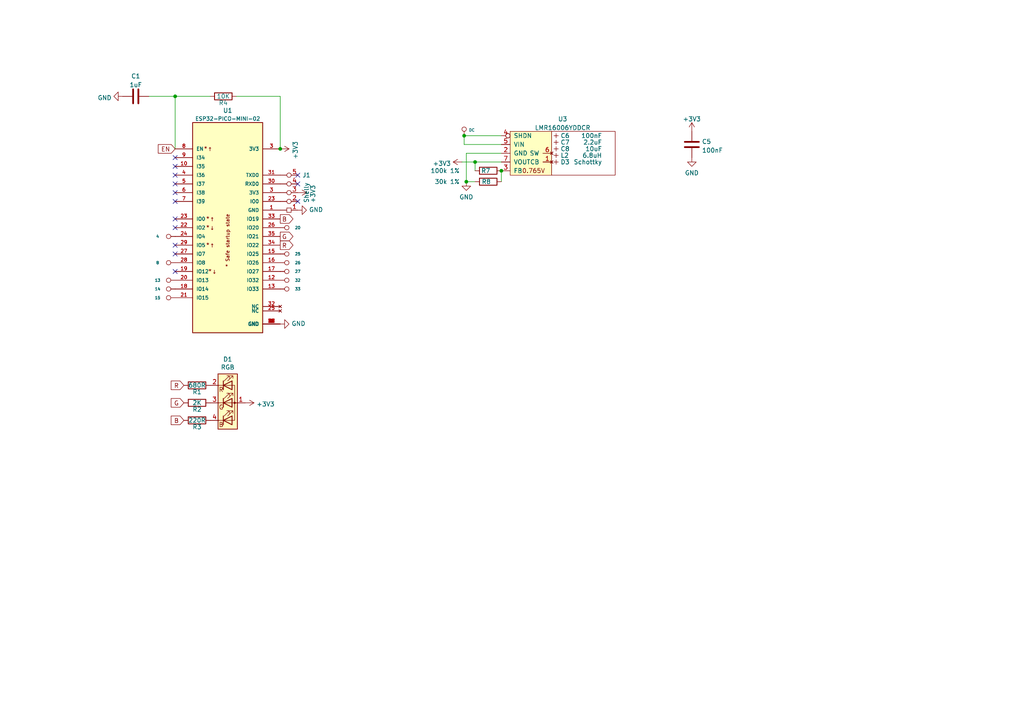
<source format=kicad_sch>
(kicad_sch (version 20230121) (generator eeschema)
  (paper "A4")
  (title_block (title "Generic ESP32-PICO-MINI module") (date "${DATE}") (rev "1") (comment 1 "@TheRealRevK") (comment 2 "www.me.uk"))
  (lib_symbols
    (symbol "Device:C" (pin_numbers hide) (pin_names (offset 0.254))
      (property "Reference" "C" (at 0.635 2.54 0))
      (property "Value" "C" (at 0.635 -2.54 0))
      (symbol "C_0_1"
        (polyline (pts (xy -2.032 -0.762) (xy 2.032 -0.762)) (stroke (width 0.508)))
        (polyline (pts (xy -2.032 0.762) (xy 2.032 0.762)) (stroke (width 0.508)))
      )
      (symbol "C_1_1"
        (pin passive line (at 0 3.81 270) (length 2.794) (name "~") (number "1"))
        (pin passive line (at 0 -3.81 90) (length 2.794) (name "~") (number "2"))
      )
    )
    (symbol "Device:LED_ARGB" (pin_names (offset 0) hide)
      (property "Reference" "D" (at 0 9.398 0))
      (property "Value" "LED_ARGB" (at 0 -8.89 0))
      (symbol "LED_ARGB_0_0"
        (text "B" (at -1.905 -6.35 0) (effects (font (size 1.27 1.27))))
        (text "G" (at -1.905 -1.27 0) (effects (font (size 1.27 1.27))))
        (text "R" (at -1.905 3.81 0) (effects (font (size 1.27 1.27))))
      )
      (symbol "LED_ARGB_0_1"
        (polyline (pts (xy -1.27 -5.08) (xy -2.54 -5.08)))
        (polyline (pts (xy -1.27 -5.08) (xy 1.27 -5.08)))
        (polyline (pts (xy -1.27 -3.81) (xy -1.27 -6.35)) (stroke (width 0.254)))
        (polyline (pts (xy -1.27 0) (xy -2.54 0)))
        (polyline (pts (xy -1.27 1.27) (xy -1.27 -1.27)) (stroke (width 0.254)))
        (polyline (pts (xy -1.27 5.08) (xy -2.54 5.08)))
        (polyline (pts (xy -1.27 5.08) (xy 1.27 5.08)))
        (polyline (pts (xy -1.27 6.35) (xy -1.27 3.81)) (stroke (width 0.254)))
        (polyline (pts (xy 1.27 0) (xy -1.27 0)))
        (polyline (pts (xy 1.27 0) (xy 2.54 0)))
        (polyline (pts (xy -1.27 1.27) (xy -1.27 -1.27) (xy -1.27 -1.27)))
        (polyline (pts (xy -1.27 6.35) (xy -1.27 3.81) (xy -1.27 3.81)))
        (polyline (pts (xy 1.27 -5.08) (xy 2.032 -5.08) (xy 2.032 5.08) (xy 1.27 5.08)))
        (polyline (pts (xy 1.27 -3.81) (xy 1.27 -6.35) (xy -1.27 -5.08) (xy 1.27 -3.81)) (stroke (width 0.254)))
        (polyline (pts (xy 1.27 1.27) (xy 1.27 -1.27) (xy -1.27 0) (xy 1.27 1.27)) (stroke (width 0.254)))
        (polyline (pts (xy 1.27 6.35) (xy 1.27 3.81) (xy -1.27 5.08) (xy 1.27 6.35)) (stroke (width 0.254)))
        (polyline (pts (xy -1.016 -3.81) (xy 0.508 -2.286) (xy -0.254 -2.286) (xy 0.508 -2.286) (xy 0.508 -3.048)))
        (polyline (pts (xy -1.016 1.27) (xy 0.508 2.794) (xy -0.254 2.794) (xy 0.508 2.794) (xy 0.508 2.032)))
        (polyline (pts (xy -1.016 6.35) (xy 0.508 7.874) (xy -0.254 7.874) (xy 0.508 7.874) (xy 0.508 7.112)))
        (polyline (pts (xy 0 -3.81) (xy 1.524 -2.286) (xy 0.762 -2.286) (xy 1.524 -2.286) (xy 1.524 -3.048)))
        (polyline (pts (xy 0 1.27) (xy 1.524 2.794) (xy 0.762 2.794) (xy 1.524 2.794) (xy 1.524 2.032)))
        (polyline (pts (xy 0 6.35) (xy 1.524 7.874) (xy 0.762 7.874) (xy 1.524 7.874) (xy 1.524 7.112)))
        (rectangle (start 1.27 -1.27) (end 1.27 1.27))
        (rectangle (start 1.27 1.27) (end 1.27 1.27))
        (rectangle (start 1.27 3.81) (end 1.27 6.35))
        (rectangle (start 1.27 6.35) (end 1.27 6.35))
        (circle (center 2.032 0) (radius 0.254) (fill (type outline)))
        (rectangle (start 2.794 8.382) (end -2.794 -7.62) (stroke (width 0.254)) (fill (type background)))
      )
      (symbol "LED_ARGB_1_1"
        (pin passive line (at 5.08 0 180) (length 2.54) (name "A") (number "1"))
        (pin passive line (at -5.08 5.08 0) (length 2.54) (name "RK") (number "2"))
        (pin passive line (at -5.08 0 0) (length 2.54) (name "GK") (number "3"))
        (pin passive line (at -5.08 -5.08 0) (length 2.54) (name "BK") (number "4"))
      )
    )
    (symbol "Device:R" (pin_numbers hide) (pin_names (offset 0))
      (property "Reference" "R" (at 2.032 0 90))
      (property "Value" "R" (at 0 0 90))
      (symbol "R_0_1"
        (rectangle (start -1.016 -2.54) (end 1.016 2.54) (stroke (width 0.254)))
      )
      (symbol "R_1_1"
        (pin passive line (at 0 3.81 270) (length 1.27) (name "~") (number "1"))
        (pin passive line (at 0 -3.81 90) (length 1.27) (name "~") (number "2"))
      )
    )
    (symbol "GND_5" (power) (pin_names (offset 0))
      (property "Value" "GND_5" (at 0 -3.81 0))
      (symbol "GND_5_0_1"
        (polyline (pts (xy 0 0) (xy 0 -1.27) (xy 1.27 -1.27) (xy 0 -2.54) (xy -1.27 -1.27) (xy 0 -1.27)))
      )
      (symbol "GND_5_1_1"
        (pin power_in line (at 0 0 270) (length 0) hide (name "GND") (number "1"))
      )
    )
    (symbol "RevK:ESP32-PICO-MINI-02" (pin_names (offset 1.016))
      (property "Reference" "U" (at -10.16 -33.02 0))
      (property "Value" "ESP32-PICO-MINI-02" (at 0 27.94 0))
      (symbol "ESP32-PICO-MINI-02_0_0"
        (rectangle (start -10.16 -30.48) (end 10.16 30.48) (stroke (width 0.254)) (fill (type background)))
        (text "* Safe startup state" (at 0 -11.43 900) (effects (font (size 1 1)) (justify left)))
        (text "*↑" (at -6.985 22.86 0) (effects (font (size 1.27 1.27)) (justify left)))
        (text "*↑" (at -6.35 -5.08 0) (effects (font (size 1.27 1.27)) (justify left)))
        (text "*↑" (at -6.35 2.54 0) (effects (font (size 1.27 1.27)) (justify left)))
        (text "*↓" (at -6.35 0 0) (effects (font (size 1.27 1.27)) (justify left)))
        (text "*↓" (at -5.715 -12.7 0) (effects (font (size 1.27 1.27)) (justify left)))
        (pin power_in line (at 15.24 -27.94 180) (length 5.08) (name "GND") (number "1"))
        (pin power_in line (at 15.24 5.08 180) (length 5.08) (name "GND") (number "1"))
        (pin input line (at -15.24 17.78 0) (length 5.08) (name "I35") (number "10"))
        (pin power_in line (at 15.24 -27.94 180) (length 5.08) (name "GND") (number "11"))
        (pin bidirectional line (at 15.24 -15.24 180) (length 5.08) (name "IO32") (number "12"))
        (pin bidirectional line (at 15.24 -17.78 180) (length 5.08) (name "IO33") (number "13"))
        (pin power_in line (at 15.24 -27.94 180) (length 5.08) (name "GND") (number "14"))
        (pin bidirectional line (at 15.24 -7.62 180) (length 5.08) (name "IO25") (number "15"))
        (pin bidirectional line (at 15.24 -10.16 180) (length 5.08) (name "IO26") (number "16"))
        (pin bidirectional line (at 15.24 -12.7 180) (length 5.08) (name "IO27") (number "17"))
        (pin bidirectional line (at -15.24 -17.78 0) (length 5.08) (name "IO14") (number "18"))
        (pin bidirectional line (at -15.24 -12.7 0) (length 5.08) (name "IO12") (number "19"))
        (pin power_in line (at 15.24 -27.94 180) (length 5.08) (name "GND") (number "2"))
        (pin bidirectional line (at -15.24 -15.24 0) (length 5.08) (name "IO13") (number "20"))
        (pin bidirectional line (at -15.24 -20.32 0) (length 5.08) (name "IO15") (number "21"))
        (pin bidirectional line (at -15.24 0 0) (length 5.08) (name "IO2") (number "22"))
        (pin bidirectional line (at -15.24 2.54 0) (length 5.08) (name "IO0") (number "23"))
        (pin bidirectional line (at 15.24 7.62 180) (length 5.08) (name "IO0") (number "23"))
        (pin bidirectional line (at -15.24 -2.54 0) (length 5.08) (name "IO4") (number "24"))
        (pin no_connect line (at 15.24 -24.13 180) (length 5.08) (name "NC") (number "25"))
        (pin bidirectional line (at 15.24 0 180) (length 5.08) (name "IO20") (number "26"))
        (pin bidirectional line (at -15.24 -7.62 0) (length 5.08) (name "IO7") (number "27"))
        (pin bidirectional line (at -15.24 -10.16 0) (length 5.08) (name "IO8") (number "28"))
        (pin bidirectional line (at -15.24 -5.08 0) (length 5.08) (name "IO5") (number "29"))
        (pin power_in line (at 15.24 10.16 180) (length 5.08) (name "3V3") (number "3"))
        (pin power_in line (at 15.24 22.86 180) (length 5.08) (name "3V3") (number "3"))
        (pin bidirectional line (at 15.24 12.7 180) (length 5.08) (name "RXD0") (number "30"))
        (pin bidirectional line (at 15.24 15.24 180) (length 5.08) (name "TXD0") (number "31"))
        (pin no_connect line (at 15.24 -22.86 180) (length 5.08) (name "NC") (number "32"))
        (pin bidirectional line (at 15.24 2.54 180) (length 5.08) (name "IO19") (number "33"))
        (pin bidirectional line (at 15.24 -5.08 180) (length 5.08) (name "IO22") (number "34"))
        (pin bidirectional line (at 15.24 -2.54 180) (length 5.08) (name "IO21") (number "35"))
        (pin power_in line (at 15.24 -27.94 180) (length 5.08) (name "GND") (number "36"))
        (pin power_in line (at 15.24 -27.94 180) (length 5.08) (name "GND") (number "37"))
        (pin power_in line (at 15.24 -27.94 180) (length 5.08) (name "GND") (number "38"))
        (pin power_in line (at 15.24 -27.94 180) (length 5.08) (name "GND") (number "39"))
        (pin input line (at -15.24 15.24 0) (length 5.08) (name "I36") (number "4"))
        (pin power_in line (at 15.24 -27.94 180) (length 5.08) (name "GND") (number "40"))
        (pin power_in line (at 15.24 -27.94 180) (length 5.08) (name "GND") (number "41"))
        (pin power_in line (at 15.24 -27.94 180) (length 5.08) (name "GND") (number "42"))
        (pin power_in line (at 15.24 -27.94 180) (length 5.08) (name "GND") (number "43"))
        (pin power_in line (at 15.24 -27.94 180) (length 5.08) (name "GND") (number "44"))
        (pin power_in line (at 15.24 -27.94 180) (length 5.08) (name "GND") (number "45"))
        (pin power_in line (at 15.24 -27.94 180) (length 5.08) (name "GND") (number "46"))
        (pin power_in line (at 15.24 -27.94 180) (length 5.08) (name "GND") (number "47"))
        (pin power_in line (at 15.24 -27.94 180) (length 5.08) (name "GND") (number "48"))
        (pin power_in line (at 15.24 -27.94 180) (length 5.08) (name "GND") (number "49"))
        (pin input line (at -15.24 12.7 0) (length 5.08) (name "I37") (number "5"))
        (pin power_in line (at 15.24 -27.94 180) (length 5.08) (name "GND") (number "50"))
        (pin power_in line (at 15.24 -27.94 180) (length 5.08) (name "GND") (number "51"))
        (pin power_in line (at 15.24 -27.94 180) (length 5.08) (name "GND") (number "52"))
        (pin power_in line (at 15.24 -27.94 180) (length 5.08) (name "GND") (number "53"))
        (pin input line (at -15.24 10.16 0) (length 5.08) (name "I38") (number "6"))
        (pin input line (at -15.24 7.62 0) (length 5.08) (name "I39") (number "7"))
        (pin input line (at -15.24 22.86 0) (length 5.08) (name "EN") (number "8"))
        (pin input line (at -15.24 20.32 0) (length 5.08) (name "I34") (number "9"))
      )
    )
    (symbol "RevK:Hidden" (pin_names (offset 1.016))
      (property "Reference" "Z" (at 0.635 0 0))
      (property "Value" "Hidden" (at 4.445 0 0))
      (symbol "Hidden_0_1"
        (polyline (pts (xy -0.635 0) (xy 0.635 0)) (stroke (width 0.1524)))
        (polyline (pts (xy 0 0.635) (xy 0 -0.635)) (stroke (width 0.1524)))
      )
      (symbol "Hidden_1_1"
        (pin no_connect non_logic (at 0 -2.54 90) (length 2.54) hide (name "~") (number "~"))
      )
    )
    (symbol "RevK:LMR16006XDDCR" (pin_names (offset 1.016))
      (property "Reference" "U" (at 11.43 2.54 0))
      (property "Value" "LMR16006XDDCR" (at 7.62 -12.7 0))
      (symbol "LMR16006XDDCR_0_0"
        (rectangle (start 2.54 1.27) (end 14.605 -11.43) (fill (type background)))
        (text "0.765V" (at 12.7 -10.16 0) (effects (font (size 1.27 1.27)) (justify right)))
      )
      (symbol "LMR16006XDDCR_0_1"
        (rectangle (start 14.605 1.27) (end 33.02 -11.43))
      )
      (symbol "LMR16006XDDCR_1_1"
        (pin no_connect line (at 14.605 -7.62 180) (length 2.54) (name "CB") (number "1"))
        (pin power_in line (at 0 -5.08 0) (length 2.54) (name "GND") (number "2"))
        (pin passive line (at 0 -10.16 0) (length 2.54) (name "FB") (number "3"))
        (pin input inverted (at 0 0 0) (length 2.54) (name "SHDN") (number "4"))
        (pin power_in line (at 0 -2.54 0) (length 2.54) (name "VIN") (number "5"))
        (pin no_connect line (at 14.605 -5.08 180) (length 2.54) (name "SW") (number "6"))
        (pin power_out line (at 0 -7.62 0) (length 2.54) (name "VOUT") (number "7"))
      )
    )
    (symbol "RevK:Round" (in_bom no)
      (property "Value" "Round" (at 2.54 0 0))
      (symbol "Round_0_1"
        (circle (center 1.905 0) (radius 0.635) (stroke (width 0.1524)))
      )
      (symbol "Round_1_1"
        (pin bidirectional line (at 0 0 0) (length 1.27) (name "P") (number "1"))
      )
    )
    (symbol "RevK:Shelly" (in_bom no)
      (property "Reference" "J" (at 2.54 -8.255 0))
      (property "Value" "Shelly" (at 2.54 9.525 0))
      (symbol "Shelly_0_1"
        (rectangle (start -0.635 5.715) (end 0.635 4.445) (stroke (width 0.1524)))
        (circle (center 0 -5.08) (radius 0.635) (stroke (width 0.1524)))
        (circle (center 0 -2.54) (radius 0.635) (stroke (width 0.1524)))
        (circle (center 0 0) (radius 0.635) (stroke (width 0.1524)))
        (circle (center 0 2.54) (radius 0.635) (stroke (width 0.1524)))
      )
      (symbol "Shelly_1_1"
        (pin power_in line (at -2.54 5.08 0) (length 1.9) (name "GND") (number "1"))
        (pin power_in line (at 2.54 5.08 180) (length 1.9) (name "GND") (number "1"))
        (pin output line (at -2.54 2.54 0) (length 1.9) (name "0") (number "2"))
        (pin output line (at 2.54 2.54 180) (length 1.9) (name "0") (number "2"))
        (pin power_in line (at -2.54 0 0) (length 1.9) (name "3V3") (number "3"))
        (pin power_in line (at 2.54 0 180) (length 1.9) (name "3V3") (number "3"))
        (pin output line (at -2.54 -2.54 0) (length 1.9) (name "Rx") (number "4"))
        (pin output line (at 2.54 -2.54 180) (length 1.9) (name "Rx") (number "4"))
        (pin input line (at -2.54 -5.08 0) (length 1.9) (name "Tx") (number "5"))
        (pin input line (at 2.54 -5.08 180) (length 1.9) (name "Tx") (number "5"))
      )
    )
    (symbol "Round_1" (in_bom no)
      (property "Value" "Round_1" (at 2.54 0 0))
      (symbol "Round_1_0_1"
        (circle (center 1.905 0) (radius 0.635) (stroke (width 0.1524)))
      )
      (symbol "Round_1_1_1"
        (pin bidirectional line (at 0 0 0) (length 1.27) (name "P") (number "1"))
      )
    )
    (symbol "power:+3.3V" (power) (pin_names (offset 0))
      (property "Value" "+3.3V" (at 0 3.556 0))
      (symbol "+3.3V_0_1"
        (polyline (pts (xy -0.762 1.27) (xy 0 2.54)))
        (polyline (pts (xy 0 0) (xy 0 2.54)))
        (polyline (pts (xy 0 2.54) (xy 0.762 1.27)))
      )
      (symbol "+3.3V_1_1"
        (pin power_in line (at 0 0 90) (length 0) hide (name "+3V3") (number "1"))
      )
    )
    (symbol "power:GND" (power) (pin_names (offset 0))
      (property "Value" "GND" (at 0 -3.81 0))
      (symbol "GND_0_1"
        (polyline (pts (xy 0 0) (xy 0 -1.27) (xy 1.27 -1.27) (xy 0 -2.54) (xy -1.27 -1.27) (xy 0 -1.27)))
      )
      (symbol "GND_1_1"
        (pin power_in line (at 0 0 270) (length 0) hide (name "GND") (number "1"))
      )
    )
  )
  (junction (at 81.28 43.18))
  (junction (at 134.62 39.37))
  (junction (at 135.255 52.705))
  (junction (at 50.8 27.94))
  (junction (at 145.415 49.53))
  (junction (at 137.795 46.99))
  (no_connect (at 50.8 45.72))
  (no_connect (at 50.8 66.04))
  (no_connect (at 50.8 78.74))
  (no_connect (at 50.8 71.12))
  (no_connect (at 50.8 63.5))
  (no_connect (at 50.8 48.26))
  (no_connect (at 50.8 58.42))
  (no_connect (at 50.8 50.8))
  (no_connect (at 50.8 55.88))
  (no_connect (at 50.8 73.66))
  (no_connect (at 50.8 53.34))
  (no_connect (at 86.36 50.8))
  (no_connect (at 86.36 53.34))
  (no_connect (at 86.36 58.42))
  (wire (pts (xy 135.255 44.45) (xy 145.415 44.45)))
  (wire (pts (xy 137.795 46.99) (xy 145.415 46.99)))
  (wire (pts (xy 43.18 27.94) (xy 50.8 27.94)))
  (wire (pts (xy 137.795 49.53) (xy 137.795 46.99)))
  (wire (pts (xy 135.255 52.705) (xy 135.255 44.45)))
  (wire (pts (xy 145.415 49.53) (xy 145.415 52.705)))
  (wire (pts (xy 134.62 39.37) (xy 145.415 39.37)))
  (wire (pts (xy 50.8 43.18) (xy 50.8 27.94)))
  (wire (pts (xy 81.28 27.94) (xy 81.28 43.18)))
  (wire (pts (xy 50.8 27.94) (xy 60.96 27.94)))
  (wire (pts (xy 134.62 39.37) (xy 134.62 41.91)))
  (wire (pts (xy 137.795 52.705) (xy 135.255 52.705)))
  (wire (pts (xy 133.985 46.99) (xy 137.795 46.99)))
  (wire (pts (xy 68.58 27.94) (xy 81.28 27.94)))
  (wire (pts (xy 134.62 41.91) (xy 145.415 41.91)))
  (global_label "G" (shape output) (at 81.28 68.58 0) (property "Intersheetrefs" "${INTERSHEET_REFS}" (effects hide)))
  (global_label "R" (shape output) (at 81.28 71.12 0) (property "Intersheetrefs" "${INTERSHEET_REFS}" (effects hide)))
  (global_label "EN" (shape input) (at 50.8 43.18 180) (property "Intersheetrefs" "${INTERSHEET_REFS}" (effects hide)))
  (global_label "B" (shape input) (at 53.34 121.92 180) (property "Intersheetrefs" "${INTERSHEET_REFS}" (effects hide)))
  (global_label "R" (shape input) (at 53.34 111.76 180) (property "Intersheetrefs" "${INTERSHEET_REFS}" (effects hide)))
  (global_label "G" (shape input) (at 53.34 116.84 180) (property "Intersheetrefs" "${INTERSHEET_REFS}" (effects hide)))
  (global_label "B" (shape output) (at 81.28 63.5 0) (property "Intersheetrefs" "${INTERSHEET_REFS}" (effects hide)))
  (symbol (lib_id "power:+3.3V") (at 81.28 43.18 270) (unit 1)
    (property "Reference" "#PWR03" (effects hide))
    (property "Value" "+3.3V" (at 85.6742 43.561 0))
  )
  (symbol (lib_id "power:GND") (at 81.28 93.98 90) (unit 1)
    (property "Reference" "#PWR04" (effects hide))
    (property "Value" "GND" (at 84.5312 93.853 90) (effects (justify right)))
  )
  (symbol (lib_id "RevK:LMR16006XDDCR") (at 145.415 39.37 0) (unit 1)
    (property "Reference" "U3" (at 163.195 34.5272 0))
    (property "Value" "LMR16006YDDCR" (at 163.195 37.0641 0))
    (property "Footprint" "RevK:SOT-23-Thin-6-Reg" (effects hide))
    (property "Manufacturer" "TI" (effects hide))
    (property "Part No" "LMR16006YDDCR" (effects hide))
    (property "LCSC Part #" "C290195" (effects hide))
    (property "JLCPCB Rotation Offset" "180" (effects hide))
  )
  (symbol (lib_id "power:+3.3V") (at 86.36 55.88 270) (unit 1)
    (property "Reference" "#PWR0101" (effects hide))
    (property "Value" "+3.3V" (at 90.7542 56.261 0))
  )
  (symbol (lib_id "Device:R") (at 57.15 111.76 270) (unit 1)
    (property "Reference" "R1" (at 57.15 113.665 90))
    (property "Value" "680R" (at 57.15 111.76 90))
    (property "Footprint" "RevK:R_0402" (effects hide))
  )
  (symbol (lib_id "RevK:Round") (at 50.8 76.2 180) (unit 1) (in_bom no)
    (property "Reference" "P7" (effects hide))
    (property "Value" "8" (at 45.72 76.2 0) (effects (font (size 0.8 0.8))))
    (property "Footprint" "RevK:Round" (effects hide))
  )
  (symbol (lib_id "RevK:Round") (at 81.28 83.82 0) (unit 1) (in_bom no)
    (property "Reference" "P6" (effects hide))
    (property "Value" "33" (at 86.36 83.82 0) (effects (font (size 0.8 0.8))))
    (property "Footprint" "RevK:Round" (effects hide))
  )
  (symbol (lib_id "RevK:Round") (at 50.8 68.58 180) (unit 1) (in_bom no)
    (property "Reference" "P1" (effects hide))
    (property "Value" "4" (at 45.72 68.58 0) (effects (font (size 0.8 0.8))))
    (property "Footprint" "RevK:Round" (effects hide))
  )
  (symbol (lib_id "RevK:Round") (at 81.28 81.28 0) (unit 1) (in_bom no)
    (property "Reference" "P2" (effects hide))
    (property "Value" "32" (at 86.36 81.28 0) (effects (font (size 0.8 0.8))))
    (property "Footprint" "RevK:Round" (effects hide))
  )
  (symbol (lib_id "RevK:Round") (at 50.8 83.82 180) (unit 1) (in_bom no)
    (property "Reference" "P9" (effects hide))
    (property "Value" "14" (at 45.72 83.82 0) (effects (font (size 0.8 0.8))))
    (property "Footprint" "RevK:Round" (effects hide))
  )
  (symbol (lib_id "power:+3.3V") (at 133.985 46.99 90) (unit 1)
    (property "Reference" "#PWR05" (effects hide))
    (property "Value" "+3.3V" (at 130.81 47.4238 90) (effects (justify left)))
  )
  (symbol (lib_id "RevK:Hidden") (at 161.29 46.99 0) (unit 1)
    (property "Reference" "D3" (at 162.56 46.99 0) (effects (justify left)))
    (property "Value" "Schottky" (at 174.625 46.99 0) (effects (justify right)))
    (property "Footprint" "RevK:D_1206_" (effects hide))
    (property "Datasheet" "https://www.mouser.co.uk/datasheet/2/54/CD1206-B220_B2100-777245.pdf" (effects hide))
    (property "Manufacturer" "Bourns" (effects hide))
    (property "LCSC Part #" "C143805" (effects hide))
    (property "JLCPCB Rotation Offset" "0" (effects hide))
  )
  (symbol (lib_id "power:GND") (at 86.36 60.96 90) (unit 1)
    (property "Reference" "#PWR0102" (effects hide))
    (property "Value" "GND" (at 89.6112 60.833 90) (effects (justify right)))
  )
  (symbol (lib_id "Device:R") (at 64.77 27.94 270) (unit 1)
    (property "Reference" "R4" (at 64.77 29.845 90))
    (property "Value" "10K" (at 64.77 27.94 90))
    (property "Footprint" "RevK:R_0402" (effects hide))
  )
  (symbol (lib_id "Device:C") (at 200.66 41.91 0) (unit 1)
    (property "Reference" "C5" (at 203.581 41.0753 0) (effects (justify left)))
    (property "Value" "100nF" (at 203.581 43.6122 0) (effects (justify left)))
    (property "Footprint" "RevK:C_0402" (effects hide))
  )
  (symbol (lib_id "RevK:Round") (at 134.62 39.37 90) (unit 1) (in_bom no)
    (property "Reference" "P12" (effects hide))
    (property "Value" "DC" (at 135.9662 37.7383 90) (effects (font (size 0.8 0.8)) (justify right)))
    (property "Footprint" "RevK:Round" (effects hide))
  )
  (symbol (lib_id "power:+3.3V") (at 71.12 116.84 270) (unit 1)
    (property "Reference" "#PWR02" (effects hide))
    (property "Value" "+3.3V" (at 74.3712 117.221 90) (effects (justify left)))
  )
  (symbol (lib_id "RevK:Round") (at 81.28 76.2 0) (unit 1) (in_bom no)
    (property "Reference" "P5" (effects hide))
    (property "Value" "26" (at 86.36 76.2 0) (effects (font (size 0.8 0.8))))
    (property "Footprint" "RevK:Round" (effects hide))
  )
  (symbol (lib_id "Device:R") (at 141.605 52.705 90) (unit 1)
    (property "Reference" "R8" (at 139.7 52.705 90) (effects (justify right)))
    (property "Value" "30k 1%" (at 133.35 52.705 90) (effects (justify left)))
    (property "Footprint" "RevK:R_0603" (effects hide))
    (property "LCSC Part #" "C100001" (effects hide))
  )
  (symbol (lib_id "RevK:Shelly") (at 83.82 55.88 0) (mirror x) (unit 1)
    (property "Reference" "J1" (at 88.9 50.8 0))
    (property "Value" "Shelly" (at 88.9 55.88 90))
    (property "Footprint" "RevK:Shelly" (effects hide))
  )
  (symbol (lib_id "Device:R") (at 57.15 116.84 270) (unit 1)
    (property "Reference" "R2" (at 57.15 118.745 90))
    (property "Value" "2K" (at 57.15 116.84 90))
    (property "Footprint" "RevK:R_0402" (effects hide))
  )
  (symbol (lib_id "RevK:ESP32-PICO-MINI-02") (at 66.04 66.04 0) (unit 1)
    (property "Reference" "U1" (at 66.04 32.0498 0))
    (property "Value" "ESP32-PICO-MINI-02" (at 66.04 34.4339 0) (effects (font (size 1.1 1.1))))
    (property "Footprint" "RevK:ESP32-PICO-MINI-02" (effects hide))
    (property "MANUFACTURER" "Espressif" (effects hide))
    (property "MAXIMUM_PACKAGE_HEIGHT" "2.55mm" (effects hide))
    (property "PARTREV" "v1.0" (effects hide))
    (property "STANDARD" "Manufacturer Recommendations" (effects hide))
  )
  (symbol (lib_name "Round_1") (lib_id "RevK:Round") (at 81.28 73.66 0) (unit 1) (in_bom no)
    (property "Reference" "P4" (effects hide))
    (property "Value" "25" (at 86.36 73.66 0) (effects (font (size 0.8 0.8))))
    (property "Footprint" "RevK:Round" (effects hide))
  )
  (symbol (lib_id "RevK:Round") (at 81.28 78.74 0) (unit 1) (in_bom no)
    (property "Reference" "P8" (effects hide))
    (property "Value" "27" (at 86.36 78.74 0) (effects (font (size 0.8 0.8))))
    (property "Footprint" "RevK:Round" (effects hide))
  )
  (symbol (lib_id "Device:R") (at 141.605 49.53 90) (unit 1)
    (property "Reference" "R7" (at 142.24 49.53 90) (effects (justify left)))
    (property "Value" "100k 1%" (at 133.35 49.53 90) (effects (justify left)))
    (property "Footprint" "RevK:R_0603" (effects hide))
    (property "LCSC Part #" "C14675" (effects hide))
  )
  (symbol (lib_id "RevK:Hidden") (at 161.29 41.275 0) (unit 1)
    (property "Reference" "C7" (at 162.56 41.275 0) (effects (justify left)))
    (property "Value" "2.2uF" (at 174.625 41.275 0) (effects (justify right)))
    (property "Footprint" "RevK:C_0805_" (effects hide))
    (property "LCSC Part #" "C19110" (effects hide))
  )
  (symbol (lib_id "RevK:Round") (at 81.28 66.04 0) (unit 1) (in_bom no)
    (property "Reference" "P10" (effects hide))
    (property "Value" "20" (at 86.36 66.04 0) (effects (font (size 0.8 0.8))))
    (property "Footprint" "RevK:Round" (effects hide))
  )
  (symbol (lib_id "RevK:Hidden") (at 161.29 43.18 0) (unit 1)
    (property "Reference" "C8" (at 162.56 43.18 0) (effects (justify left)))
    (property "Value" "10uF" (at 174.625 43.18 0) (effects (justify right)))
    (property "Footprint" "RevK:C_0805_" (effects hide))
    (property "LCSC Part #" "C17024" (effects hide))
  )
  (symbol (lib_id "RevK:Round") (at 50.8 86.36 180) (unit 1) (in_bom no)
    (property "Reference" "P11" (effects hide))
    (property "Value" "15" (at 45.72 86.36 0) (effects (font (size 0.8 0.8))))
    (property "Footprint" "RevK:Round" (effects hide))
  )
  (symbol (lib_id "Device:C") (at 39.37 27.94 90) (unit 1)
    (property "Reference" "C1" (at 39.37 22.0812 90))
    (property "Value" "1uF" (at 39.37 24.6181 90))
    (property "Footprint" "RevK:C_0402" (effects hide))
  )
  (symbol (lib_id "RevK:Hidden") (at 161.29 45.085 0) (unit 1)
    (property "Reference" "L2" (at 162.56 45.085 0) (effects (justify left)))
    (property "Value" "6.8uH" (at 174.625 45.085 0) (effects (justify right)))
    (property "Footprint" "RevK:L_4x4_" (effects hide))
    (property "LCSC Part #" "C354575" (effects hide))
  )
  (symbol (lib_id "power:+3.3V") (at 200.66 38.1 0) (unit 1)
    (property "Reference" "#PWR010" (effects hide))
    (property "Value" "+3.3V" (at 200.66 34.5242 0))
  )
  (symbol (lib_name "GND_5") (lib_id "power:GND") (at 135.255 52.705 0) (unit 1)
    (property "Reference" "#PWR06" (effects hide))
    (property "Value" "GND" (at 135.255 57.1484 0))
  )
  (symbol (lib_id "RevK:Hidden") (at 161.29 39.37 0) (unit 1)
    (property "Reference" "C6" (at 162.56 39.37 0) (effects (justify left)))
    (property "Value" "100nF" (at 174.625 39.37 0) (effects (justify right)))
    (property "Footprint" "RevK:C_0603_" (effects hide))
    (property "Note" "X7R or X5R 0603" (effects hide))
    (property "LCSC Part #" "C30926" (effects hide))
  )
  (symbol (lib_id "Device:LED_ARGB") (at 66.04 116.84 0) (unit 1)
    (property "Reference" "D1" (at 66.04 104.2162 0))
    (property "Value" "RGB" (at 66.04 106.5276 0))
    (property "Footprint" "RevK:LED-RGB-1.6x1.6" (effects hide))
    (property "Manufacturer" "Kingbright" (effects hide))
    (property "Part No" "APTF1616LSEEZGKQBKC" (effects hide))
  )
  (symbol (lib_id "RevK:Round") (at 50.8 81.28 180) (unit 1) (in_bom no)
    (property "Reference" "P3" (effects hide))
    (property "Value" "13" (at 45.72 81.28 0) (effects (font (size 0.8 0.8))))
    (property "Footprint" "RevK:Round" (effects hide))
  )
  (symbol (lib_id "Device:R") (at 57.15 121.92 270) (unit 1)
    (property "Reference" "R3" (at 57.15 123.825 90))
    (property "Value" "220R" (at 57.15 121.92 90))
    (property "Footprint" "RevK:R_0402" (effects hide))
  )
  (symbol (lib_id "power:GND") (at 35.56 27.94 270) (unit 1)
    (property "Reference" "#PWR01" (effects hide))
    (property "Value" "GND" (at 32.3851 28.3738 90) (effects (justify right)))
  )
  (symbol (lib_id "power:GND") (at 200.66 45.72 0) (unit 1)
    (property "Reference" "#PWR011" (effects hide))
    (property "Value" "GND" (at 200.66 50.1634 0))
  )
)
</source>
